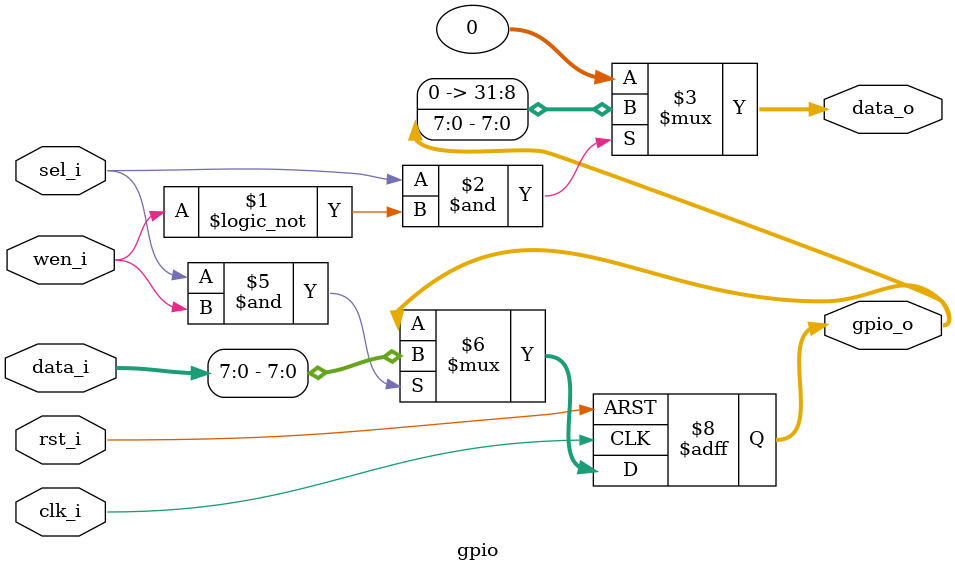
<source format=v>


module gpio (
   input                clk_i,
   input                rst_i,
   input                sel_i,   // Seçim sinyali
   input                wen_i,   // Yazma yetkilendirme
   input [31:0]         data_i,  // Veri girişi, işlemciden geliyor.
   output [31:0]        data_o,  // Veri çıkışı, işlemciye gidiyor.
   output reg [7:0]     gpio_o   // GPIO çıkış pinleri
);

   // Çevrebirim seçilmişse ve yazma etkin değilse (okuma etkin) çıkış kaydedicisinin değerini işlemciye gönder.
   assign data_o = (sel_i & !wen_i) ? {24'b0, gpio_o} : 32'b0;

   always @(posedge clk_i, posedge rst_i) begin
      if (rst_i) begin // Çıkışlar sıfırlanıyor.
         gpio_o <= 8'b1111_1111;
      end else begin
         // Çevrebirim seçilmişse ve yazma etkinse işlemciden gelen değeri çıkış kaydedicisine aktar.
         if (sel_i & wen_i) begin
            gpio_o <= data_i[7:0];
         end
      end
   end

endmodule

</source>
